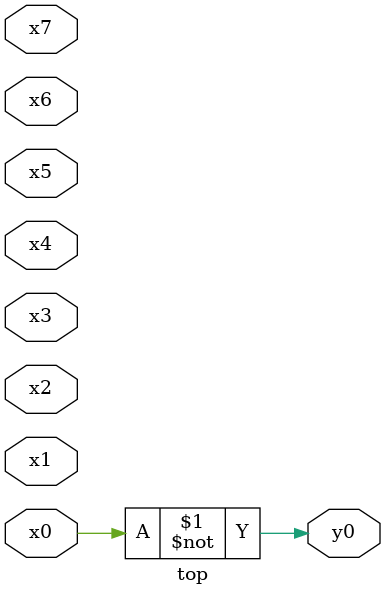
<source format=v>
module top( x0 , x1 , x2 , x3 , x4 , x5 , x6 , x7 , y0 );
  input x0 , x1 , x2 , x3 , x4 , x5 , x6 , x7 ;
  output y0 ;
  assign y0 = ~x0 ;
endmodule

</source>
